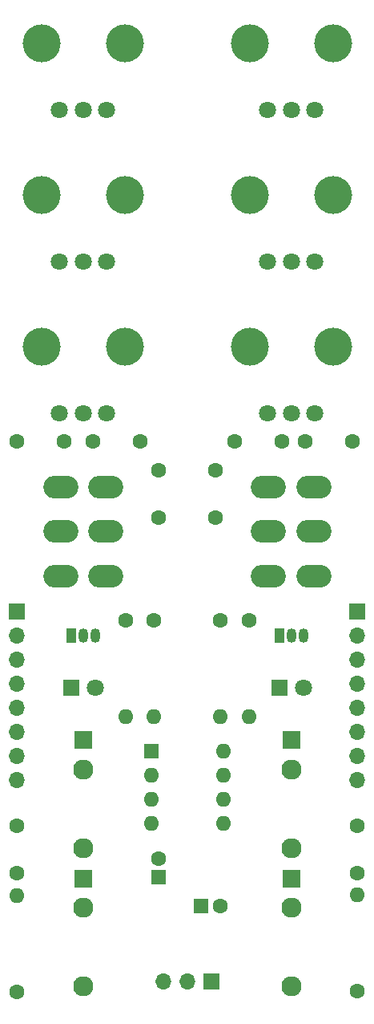
<source format=gbr>
%TF.GenerationSoftware,KiCad,Pcbnew,(6.0.0)*%
%TF.CreationDate,2022-01-31T09:17:54+01:00*%
%TF.ProjectId,Snare+Hihat,536e6172-652b-4486-9968-61742e6b6963,rev?*%
%TF.SameCoordinates,Original*%
%TF.FileFunction,Soldermask,Bot*%
%TF.FilePolarity,Negative*%
%FSLAX46Y46*%
G04 Gerber Fmt 4.6, Leading zero omitted, Abs format (unit mm)*
G04 Created by KiCad (PCBNEW (6.0.0)) date 2022-01-31 09:17:54*
%MOMM*%
%LPD*%
G01*
G04 APERTURE LIST*
%ADD10C,1.600000*%
%ADD11R,1.600000X1.600000*%
%ADD12R,1.800000X1.800000*%
%ADD13C,1.800000*%
%ADD14C,4.000000*%
%ADD15R,1.930000X1.830000*%
%ADD16C,2.130000*%
%ADD17R,1.050000X1.500000*%
%ADD18O,1.050000X1.500000*%
%ADD19O,1.600000X1.600000*%
%ADD20O,3.700000X2.400000*%
%ADD21R,1.700000X1.700000*%
%ADD22O,1.700000X1.700000*%
G04 APERTURE END LIST*
D10*
%TO.C,C1*%
X103000000Y-80500000D03*
X98000000Y-80500000D03*
%TD*%
%TO.C,C2*%
X105500000Y-80500000D03*
X110500000Y-80500000D03*
%TD*%
%TO.C,C3*%
X96000000Y-83500000D03*
X96000000Y-88500000D03*
%TD*%
D11*
%TO.C,C5*%
X94500000Y-129500000D03*
D10*
X96500000Y-129500000D03*
%TD*%
D11*
%TO.C,C6*%
X90000000Y-126500000D03*
D10*
X90000000Y-124500000D03*
%TD*%
%TO.C,C11*%
X80000000Y-80500000D03*
X75000000Y-80500000D03*
%TD*%
%TO.C,C12*%
X111000000Y-121000000D03*
X111000000Y-126000000D03*
%TD*%
%TO.C,C13*%
X83000000Y-80500000D03*
X88000000Y-80500000D03*
%TD*%
%TO.C,C14*%
X90000000Y-83500000D03*
X90000000Y-88500000D03*
%TD*%
%TO.C,C21*%
X75000000Y-121000000D03*
X75000000Y-126000000D03*
%TD*%
D12*
%TO.C,D5*%
X102725000Y-106500000D03*
D13*
X105265000Y-106500000D03*
%TD*%
D12*
%TO.C,D9*%
X80725000Y-106500000D03*
D13*
X83265000Y-106500000D03*
%TD*%
D14*
%TO.C,DECAY2*%
X86400000Y-38500000D03*
X77600000Y-38500000D03*
D13*
X84500000Y-45500000D03*
X82000000Y-45500000D03*
X79500000Y-45500000D03*
%TD*%
D15*
%TO.C,J3*%
X82000000Y-112000000D03*
D16*
X82000000Y-123400000D03*
X82000000Y-115100000D03*
%TD*%
D15*
%TO.C,J4*%
X104000000Y-126600000D03*
D16*
X104000000Y-138000000D03*
X104000000Y-129700000D03*
%TD*%
D15*
%TO.C,J9*%
X82000000Y-126600000D03*
D16*
X82000000Y-138000000D03*
X82000000Y-129700000D03*
%TD*%
D17*
%TO.C,Q4*%
X102730000Y-101000000D03*
D18*
X104000000Y-101000000D03*
X105270000Y-101000000D03*
%TD*%
D17*
%TO.C,Q8*%
X80730000Y-101000000D03*
D18*
X82000000Y-101000000D03*
X83270000Y-101000000D03*
%TD*%
D10*
%TO.C,R5*%
X96500000Y-99340000D03*
D19*
X96500000Y-109500000D03*
%TD*%
D10*
%TO.C,R9*%
X99500000Y-99340000D03*
D19*
X99500000Y-109500000D03*
%TD*%
D10*
%TO.C,R11*%
X111000000Y-138500000D03*
D19*
X111000000Y-128340000D03*
%TD*%
D10*
%TO.C,R16*%
X86500000Y-99340000D03*
D19*
X86500000Y-109500000D03*
%TD*%
D10*
%TO.C,R19*%
X89500000Y-99340000D03*
D19*
X89500000Y-109500000D03*
%TD*%
D10*
%TO.C,R21*%
X75000000Y-138580000D03*
D19*
X75000000Y-128420000D03*
%TD*%
D14*
%TO.C,Strike2*%
X77600000Y-54500000D03*
X86400000Y-54500000D03*
D13*
X84500000Y-61500000D03*
X82000000Y-61500000D03*
X79500000Y-61500000D03*
%TD*%
D14*
%TO.C,DECAY1*%
X108400000Y-38500000D03*
X99600000Y-38500000D03*
D13*
X106500000Y-45500000D03*
X104000000Y-45500000D03*
X101500000Y-45500000D03*
%TD*%
D14*
%TO.C,Strike1*%
X108400000Y-54500000D03*
X99600000Y-54500000D03*
D13*
X106500000Y-61500000D03*
X104000000Y-61500000D03*
X101500000Y-61500000D03*
%TD*%
D14*
%TO.C,VOL1*%
X108400000Y-70500000D03*
X99600000Y-70500000D03*
D13*
X106500000Y-77500000D03*
X104000000Y-77500000D03*
X101500000Y-77500000D03*
%TD*%
D14*
%TO.C,VOL2*%
X86400000Y-70500000D03*
X77600000Y-70500000D03*
D13*
X84500000Y-77500000D03*
X82000000Y-77500000D03*
X79500000Y-77500000D03*
%TD*%
D15*
%TO.C,J1*%
X104000000Y-112000000D03*
D16*
X104000000Y-123400000D03*
X104000000Y-115100000D03*
%TD*%
D20*
%TO.C,Depth1*%
X101600000Y-85300000D03*
X101600000Y-90000000D03*
X101600000Y-94700000D03*
X106400000Y-85300000D03*
X106400000Y-90000000D03*
X106400000Y-94700000D03*
%TD*%
%TO.C,Depth2*%
X79600000Y-85300000D03*
X79600000Y-90000000D03*
X79600000Y-94700000D03*
X84400000Y-85300000D03*
X84400000Y-90000000D03*
X84400000Y-94700000D03*
%TD*%
D11*
%TO.C,U1*%
X89200000Y-113200000D03*
D19*
X89200000Y-115740000D03*
X89200000Y-118280000D03*
X89200000Y-120820000D03*
X96820000Y-120820000D03*
X96820000Y-118280000D03*
X96820000Y-115740000D03*
X96820000Y-113200000D03*
%TD*%
D21*
%TO.C,J8*%
X75000000Y-98460000D03*
D22*
X75000000Y-101000000D03*
X75000000Y-103540000D03*
X75000000Y-106080000D03*
X75000000Y-108620000D03*
X75000000Y-111160000D03*
X75000000Y-113700000D03*
X75000000Y-116240000D03*
%TD*%
D21*
%TO.C,J6*%
X111000000Y-98460000D03*
D22*
X111000000Y-101000000D03*
X111000000Y-103540000D03*
X111000000Y-106080000D03*
X111000000Y-108620000D03*
X111000000Y-111160000D03*
X111000000Y-113700000D03*
X111000000Y-116240000D03*
%TD*%
D21*
%TO.C,J10*%
X95525000Y-137475000D03*
D22*
X92985000Y-137475000D03*
X90445000Y-137475000D03*
%TD*%
M02*

</source>
